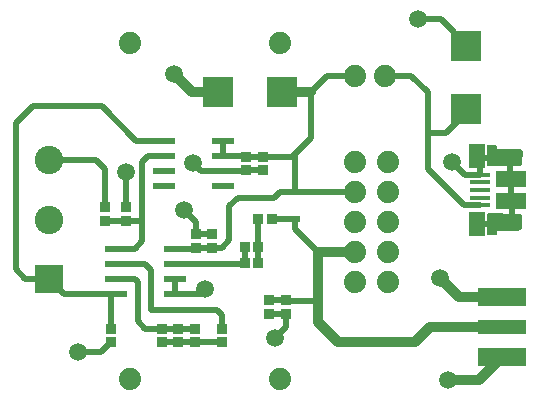
<source format=gbr>
G04 EAGLE Gerber RS-274X export*
G75*
%MOMM*%
%FSLAX34Y34*%
%LPD*%
%INTop Copper*%
%IPPOS*%
%AMOC8*
5,1,8,0,0,1.08239X$1,22.5*%
G01*
%ADD10R,2.413000X2.413000*%
%ADD11C,2.413000*%
%ADD12C,1.879600*%
%ADD13R,1.981200X0.558800*%
%ADD14R,0.900000X0.850000*%
%ADD15R,0.850000X0.900000*%
%ADD16R,0.830000X0.630000*%
%ADD17R,1.750000X0.400000*%
%ADD18R,1.460000X2.000000*%
%ADD19R,2.500000X1.425000*%
%ADD20C,1.000000*%
%ADD21C,1.100000*%
%ADD22R,4.064000X1.524000*%
%ADD23R,4.064000X1.270000*%
%ADD24R,2.499994X2.560397*%
%ADD25R,2.560397X2.499994*%
%ADD26C,0.508000*%
%ADD27C,0.812800*%
%ADD28C,1.500000*%

G36*
X419831Y212264D02*
X419831Y212264D01*
X419893Y212262D01*
X419971Y212283D01*
X420051Y212293D01*
X420108Y212319D01*
X420168Y212334D01*
X420238Y212375D01*
X420311Y212408D01*
X420359Y212448D01*
X420413Y212480D01*
X420468Y212538D01*
X420530Y212590D01*
X420565Y212641D01*
X420607Y212687D01*
X420644Y212758D01*
X420689Y212825D01*
X420708Y212884D01*
X420737Y212940D01*
X420748Y213006D01*
X420777Y213095D01*
X420780Y213201D01*
X420792Y213271D01*
X420792Y216008D01*
X438680Y216056D01*
X438895Y216087D01*
X438946Y216092D01*
X439711Y216302D01*
X439848Y216361D01*
X439922Y216387D01*
X440621Y216762D01*
X440741Y216850D01*
X440808Y216891D01*
X441406Y217412D01*
X441504Y217525D01*
X441560Y217580D01*
X442027Y218221D01*
X442097Y218353D01*
X442139Y218419D01*
X442452Y219148D01*
X442491Y219292D01*
X442518Y219365D01*
X442660Y220146D01*
X442666Y220295D01*
X442676Y220373D01*
X442642Y221143D01*
X442642Y227121D01*
X442624Y227251D01*
X442621Y227329D01*
X442479Y228008D01*
X442408Y228204D01*
X442391Y228258D01*
X442078Y228877D01*
X441959Y229048D01*
X441929Y229096D01*
X441466Y229613D01*
X441307Y229747D01*
X441265Y229786D01*
X440684Y230166D01*
X440496Y230254D01*
X440446Y230281D01*
X439787Y230497D01*
X439582Y230534D01*
X439526Y230546D01*
X438833Y230585D01*
X438803Y230582D01*
X438779Y230586D01*
X413379Y230636D01*
X413320Y230628D01*
X413261Y230630D01*
X413180Y230609D01*
X413097Y230597D01*
X413043Y230573D01*
X412986Y230558D01*
X412914Y230515D01*
X412838Y230481D01*
X412792Y230443D01*
X412741Y230413D01*
X412684Y230352D01*
X412620Y230298D01*
X412587Y230249D01*
X412547Y230205D01*
X412509Y230131D01*
X412462Y230062D01*
X412444Y230005D01*
X412417Y229952D01*
X412406Y229885D01*
X412376Y229791D01*
X412373Y229690D01*
X412362Y229621D01*
X412362Y213321D01*
X412369Y213267D01*
X412368Y213213D01*
X412389Y213127D01*
X412402Y213040D01*
X412424Y212990D01*
X412437Y212937D01*
X412482Y212861D01*
X412518Y212780D01*
X412553Y212739D01*
X412581Y212691D01*
X412645Y212630D01*
X412702Y212563D01*
X412747Y212533D01*
X412786Y212495D01*
X412865Y212454D01*
X412938Y212406D01*
X412990Y212389D01*
X413038Y212364D01*
X413109Y212352D01*
X413209Y212320D01*
X413304Y212317D01*
X413369Y212306D01*
X419769Y212256D01*
X419831Y212264D01*
G37*
G36*
X439542Y270935D02*
X439542Y270935D01*
X439592Y270932D01*
X440115Y270992D01*
X440316Y271044D01*
X440372Y271056D01*
X440861Y271249D01*
X441043Y271352D01*
X441093Y271377D01*
X441516Y271690D01*
X441665Y271837D01*
X441707Y271875D01*
X442034Y272286D01*
X442140Y272466D01*
X442171Y272513D01*
X442380Y272996D01*
X442436Y273197D01*
X442453Y273251D01*
X442531Y273771D01*
X442532Y273840D01*
X442542Y273892D01*
X442792Y282542D01*
X442785Y282604D01*
X442789Y282652D01*
X442756Y283059D01*
X442694Y283336D01*
X442685Y283353D01*
X442682Y283368D01*
X442525Y283744D01*
X442380Y283989D01*
X442366Y284002D01*
X442358Y284015D01*
X442093Y284325D01*
X441879Y284512D01*
X441863Y284520D01*
X441851Y284531D01*
X441503Y284743D01*
X441242Y284856D01*
X441223Y284858D01*
X441209Y284864D01*
X440812Y284959D01*
X440653Y284974D01*
X440577Y284986D01*
X420742Y284986D01*
X420742Y287751D01*
X420734Y287809D01*
X420736Y287867D01*
X420714Y287949D01*
X420702Y288033D01*
X420679Y288086D01*
X420664Y288142D01*
X420621Y288215D01*
X420586Y288292D01*
X420548Y288337D01*
X420519Y288387D01*
X420457Y288445D01*
X420403Y288509D01*
X420354Y288541D01*
X420311Y288581D01*
X420236Y288620D01*
X420166Y288667D01*
X420110Y288684D01*
X420058Y288711D01*
X419990Y288722D01*
X419895Y288752D01*
X419795Y288755D01*
X419727Y288766D01*
X413377Y288766D01*
X413319Y288758D01*
X413261Y288760D01*
X413179Y288738D01*
X413096Y288726D01*
X413042Y288703D01*
X412986Y288688D01*
X412913Y288645D01*
X412836Y288610D01*
X412791Y288572D01*
X412741Y288543D01*
X412683Y288481D01*
X412619Y288427D01*
X412587Y288378D01*
X412547Y288335D01*
X412508Y288260D01*
X412462Y288190D01*
X412444Y288134D01*
X412417Y288082D01*
X412406Y288014D01*
X412376Y287919D01*
X412373Y287819D01*
X412362Y287751D01*
X412362Y271941D01*
X412370Y271883D01*
X412368Y271825D01*
X412390Y271743D01*
X412402Y271660D01*
X412426Y271606D01*
X412440Y271550D01*
X412483Y271477D01*
X412518Y271400D01*
X412556Y271355D01*
X412586Y271305D01*
X412647Y271247D01*
X412702Y271183D01*
X412750Y271151D01*
X412793Y271111D01*
X412868Y271072D01*
X412938Y271026D01*
X412994Y271008D01*
X413046Y270981D01*
X413114Y270970D01*
X413209Y270940D01*
X413309Y270937D01*
X413377Y270926D01*
X439477Y270926D01*
X439542Y270935D01*
G37*
D10*
X42164Y175514D03*
D11*
X42164Y225514D03*
X42164Y275514D03*
D12*
X300609Y347218D03*
X326009Y347218D03*
D13*
X98806Y200914D03*
X98806Y188214D03*
X98806Y175514D03*
X98806Y162814D03*
X148082Y162814D03*
X148082Y175514D03*
X148082Y188214D03*
X148082Y200914D03*
X139446Y292354D03*
X139446Y279654D03*
X139446Y266954D03*
X139446Y254254D03*
X188722Y254254D03*
X188722Y266954D03*
X188722Y279654D03*
X188722Y292354D03*
D14*
X89154Y235924D03*
X89154Y224324D03*
X188214Y121454D03*
X188214Y133054D03*
X165354Y133054D03*
X165354Y121454D03*
X151384Y133054D03*
X151384Y121454D03*
X137414Y133054D03*
X137414Y121454D03*
D15*
X207560Y202438D03*
X219160Y202438D03*
X207560Y188595D03*
X219160Y188595D03*
X219117Y226060D03*
X230717Y226060D03*
D12*
X300736Y273939D03*
X328676Y273939D03*
X300736Y248539D03*
X328676Y248539D03*
X300736Y223139D03*
X328676Y223139D03*
X300736Y197739D03*
X328676Y197739D03*
X300736Y172339D03*
X328676Y172339D03*
D16*
X249809Y248863D03*
X249809Y225863D03*
D17*
X406527Y250571D03*
X406527Y244071D03*
X406527Y263571D03*
X406527Y257071D03*
D18*
X403777Y279571D03*
X403777Y221571D03*
D19*
X433277Y240946D03*
X433277Y260196D03*
D20*
X432277Y277571D03*
D21*
X431836Y223257D02*
X435836Y223257D01*
D17*
X406527Y237571D03*
D14*
X94234Y121454D03*
X94234Y133054D03*
X106934Y224324D03*
X106934Y235924D03*
D22*
X425196Y108966D03*
X425196Y159766D03*
D23*
X425196Y134366D03*
D24*
X394716Y319353D03*
X394716Y372797D03*
D25*
X238685Y333375D03*
X185241Y333375D03*
D14*
X166116Y201337D03*
X166116Y212937D03*
X179832Y201337D03*
X179832Y212937D03*
X242443Y157438D03*
X242443Y145838D03*
X228092Y157438D03*
X228092Y145838D03*
X208915Y278723D03*
X208915Y267123D03*
X222631Y278723D03*
X222631Y267123D03*
D12*
X110490Y90170D03*
X237490Y90170D03*
X110490Y374650D03*
X237490Y374650D03*
D26*
X207179Y188214D02*
X148082Y188214D01*
X207179Y188214D02*
X207560Y188595D01*
X207560Y202438D01*
X300412Y248863D02*
X300736Y248539D01*
X300412Y248863D02*
X249809Y248863D01*
X263398Y333375D02*
X263525Y333375D01*
X277241Y347218D02*
X300609Y347218D01*
X277241Y347218D02*
X263398Y333375D01*
X237617Y249047D02*
X232537Y243967D01*
X237617Y249047D02*
X249625Y249047D01*
X249809Y248863D01*
X249682Y280797D02*
X263525Y294640D01*
X249682Y280797D02*
X249682Y248990D01*
X249809Y248863D01*
X263525Y294640D02*
X263525Y333375D01*
X189611Y292354D02*
X188722Y292354D01*
X188722Y291465D02*
X189611Y292354D01*
X165693Y200914D02*
X148082Y200914D01*
X165693Y200914D02*
X166116Y201337D01*
X179832Y201337D01*
X188002Y201337D01*
X194437Y207772D02*
X194437Y236855D01*
X201549Y243967D01*
X194437Y207772D02*
X188002Y201337D01*
X201549Y243967D02*
X232537Y243967D01*
X222631Y278723D02*
X247608Y278723D01*
X249682Y280797D01*
X207984Y279654D02*
X188722Y279654D01*
X207984Y279654D02*
X208915Y278723D01*
X222631Y278723D01*
X188722Y279654D02*
X188722Y291465D01*
D27*
X238685Y333375D02*
X263398Y333375D01*
D26*
X394716Y319353D02*
X394716Y315595D01*
X377698Y298577D01*
X362331Y268305D02*
X393065Y237571D01*
X406527Y237571D01*
X348361Y347218D02*
X326009Y347218D01*
X348361Y347218D02*
X362331Y333248D01*
X362331Y300990D01*
X362331Y268305D01*
X364744Y298577D02*
X362331Y300990D01*
X364744Y298577D02*
X377698Y298577D01*
X81864Y275514D02*
X42164Y275514D01*
X81864Y275514D02*
X89154Y268224D01*
X89154Y235924D01*
X188214Y145034D02*
X188214Y133054D01*
X188214Y145034D02*
X184404Y148844D01*
X128524Y148844D01*
X123444Y188214D02*
X98806Y188214D01*
X128524Y183134D02*
X128524Y148844D01*
X128524Y183134D02*
X123444Y188214D01*
X137414Y133054D02*
X151384Y133054D01*
X165354Y133054D01*
X137414Y133054D02*
X123444Y133054D01*
X117094Y139404D01*
X114554Y175514D02*
X98806Y175514D01*
X114554Y175514D02*
X117094Y172974D01*
X117094Y139404D01*
X106934Y224324D02*
X89154Y224324D01*
X125984Y279654D02*
X139446Y279654D01*
X125984Y279654D02*
X120904Y274574D01*
X120904Y224324D01*
X106934Y224324D01*
X120904Y224324D02*
X120904Y207264D01*
X114554Y200914D01*
X98806Y200914D01*
X137414Y121454D02*
X151384Y121454D01*
X165354Y121454D01*
X188214Y121454D01*
X219160Y226017D02*
X219117Y226060D01*
X219160Y226017D02*
X219160Y202438D01*
X219160Y188595D01*
X54864Y162814D02*
X42164Y175514D01*
X94234Y162814D02*
X98806Y162814D01*
X94234Y162814D02*
X94234Y133054D01*
X115824Y292354D02*
X139446Y292354D01*
X86614Y321564D02*
X28194Y321564D01*
X13716Y307086D01*
X13716Y183642D02*
X21844Y175514D01*
X42164Y175514D01*
X115824Y292354D02*
X86614Y321564D01*
X13716Y307086D02*
X13716Y183642D01*
X54864Y162814D02*
X98806Y162814D01*
D27*
X364109Y134366D02*
X425196Y134366D01*
X364109Y134366D02*
X351663Y121920D01*
D26*
X249809Y225863D02*
X249612Y226060D01*
X230717Y226060D01*
D27*
X286385Y121920D02*
X351663Y121920D01*
X286385Y121920D02*
X269494Y138811D01*
X269494Y197739D02*
X300736Y197739D01*
D26*
X242443Y157438D02*
X228092Y157438D01*
X249809Y217424D02*
X249809Y225863D01*
X249809Y217424D02*
X269494Y197739D01*
X242443Y157438D02*
X243713Y156168D01*
X269494Y156168D01*
D27*
X269494Y138811D01*
X269494Y156168D02*
X269494Y197739D01*
D26*
X148082Y175514D02*
X148082Y162814D01*
X399627Y225721D02*
X403777Y221571D01*
X432150Y221571D01*
X433836Y223257D01*
X433836Y240387D01*
X433277Y240946D01*
X433277Y254000D01*
X433277Y260196D01*
X406527Y276821D02*
X403777Y279571D01*
X406527Y276821D02*
X406527Y263571D01*
X94234Y121454D02*
X86064Y113284D01*
X66294Y113284D01*
D28*
X66294Y113284D03*
D26*
X106934Y235924D02*
X106934Y265684D01*
D28*
X106934Y265684D03*
D26*
X164084Y273685D02*
X170815Y266954D01*
D28*
X164084Y273685D03*
D26*
X170815Y266954D02*
X188722Y266954D01*
D28*
X354330Y395605D03*
D26*
X384375Y383138D02*
X394716Y372797D01*
X384375Y383138D02*
X384375Y384672D01*
X373442Y395605D01*
X354330Y395605D01*
D28*
X147828Y348361D03*
D26*
X148082Y162814D02*
X170180Y162814D01*
X174244Y166878D01*
D28*
X174244Y166878D03*
D26*
X405777Y277571D02*
X429133Y277571D01*
X405777Y277571D02*
X403777Y279571D01*
D27*
X425196Y108966D02*
X405638Y89408D01*
X379349Y89408D01*
D28*
X379349Y89408D03*
D27*
X388874Y159766D02*
X425196Y159766D01*
X388874Y159766D02*
X372745Y175895D01*
D28*
X372745Y175895D03*
D26*
X433277Y273427D02*
X429133Y277571D01*
X432277Y277571D02*
X432277Y255000D01*
X433277Y254000D01*
X179832Y212937D02*
X166116Y212937D01*
X166116Y223520D01*
X156464Y233172D01*
D28*
X156464Y233172D03*
D26*
X228092Y145838D02*
X242443Y145838D01*
X242443Y134747D01*
X233045Y125349D01*
D28*
X233045Y125349D03*
D26*
X208746Y266954D02*
X188722Y266954D01*
X208746Y266954D02*
X208915Y267123D01*
X222631Y267123D01*
D27*
X185241Y333375D02*
X162814Y333375D01*
X147828Y348361D01*
D26*
X393908Y263571D02*
X406527Y263571D01*
X393908Y263571D02*
X383286Y274193D01*
D28*
X383286Y274193D03*
M02*

</source>
